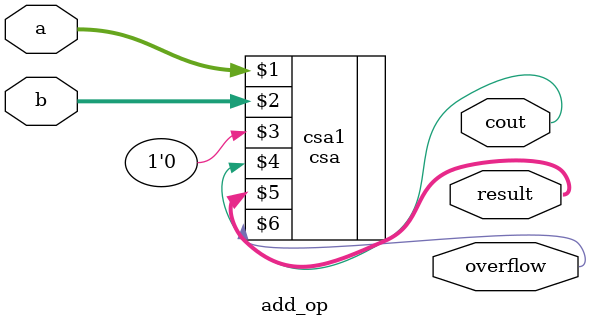
<source format=v>
module add_op(a,b,cout,result,overflow);
//The module implements the function of addition operation of ALU
   input [31:0] a, b;
   output [31:0] result;
   output cout, overflow;
	
   csa csa1(a,b,1'b0,cout,result,overflow);
	
endmodule

</source>
